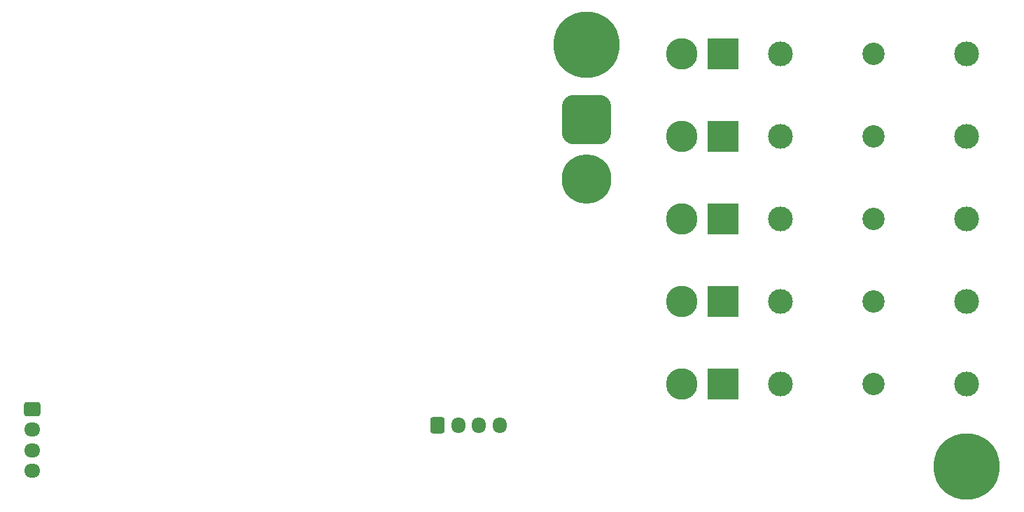
<source format=gbr>
%TF.GenerationSoftware,KiCad,Pcbnew,(6.0.10-0)*%
%TF.CreationDate,2022-12-27T02:05:38+01:00*%
%TF.ProjectId,BMS_PDB,424d535f-5044-4422-9e6b-696361645f70,rev?*%
%TF.SameCoordinates,Original*%
%TF.FileFunction,Soldermask,Bot*%
%TF.FilePolarity,Negative*%
%FSLAX46Y46*%
G04 Gerber Fmt 4.6, Leading zero omitted, Abs format (unit mm)*
G04 Created by KiCad (PCBNEW (6.0.10-0)) date 2022-12-27 02:05:38*
%MOMM*%
%LPD*%
G01*
G04 APERTURE LIST*
G04 Aperture macros list*
%AMRoundRect*
0 Rectangle with rounded corners*
0 $1 Rounding radius*
0 $2 $3 $4 $5 $6 $7 $8 $9 X,Y pos of 4 corners*
0 Add a 4 corners polygon primitive as box body*
4,1,4,$2,$3,$4,$5,$6,$7,$8,$9,$2,$3,0*
0 Add four circle primitives for the rounded corners*
1,1,$1+$1,$2,$3*
1,1,$1+$1,$4,$5*
1,1,$1+$1,$6,$7*
1,1,$1+$1,$8,$9*
0 Add four rect primitives between the rounded corners*
20,1,$1+$1,$2,$3,$4,$5,0*
20,1,$1+$1,$4,$5,$6,$7,0*
20,1,$1+$1,$6,$7,$8,$9,0*
20,1,$1+$1,$8,$9,$2,$3,0*%
G04 Aperture macros list end*
%ADD10RoundRect,0.250000X-0.725000X0.600000X-0.725000X-0.600000X0.725000X-0.600000X0.725000X0.600000X0*%
%ADD11O,1.950000X1.700000*%
%ADD12C,2.700000*%
%ADD13C,3.000000*%
%ADD14C,4.400000*%
%ADD15C,8.000000*%
%ADD16RoundRect,0.250000X-0.600000X-0.725000X0.600000X-0.725000X0.600000X0.725000X-0.600000X0.725000X0*%
%ADD17O,1.700000X1.950000*%
%ADD18R,3.800000X3.800000*%
%ADD19C,3.800000*%
%ADD20RoundRect,1.500000X-1.500000X1.500000X-1.500000X-1.500000X1.500000X-1.500000X1.500000X1.500000X0*%
%ADD21C,6.000000*%
G04 APERTURE END LIST*
D10*
%TO.C,J9*%
X94000000Y-119000000D03*
D11*
X94000000Y-121500000D03*
X94000000Y-124000000D03*
X94000000Y-126500000D03*
%TD*%
D12*
%TO.C,F2*%
X195750000Y-116000000D03*
D13*
X207000000Y-116000000D03*
X184500000Y-116000000D03*
%TD*%
D14*
%TO.C,J1*%
X207000000Y-126000000D03*
D15*
X207000000Y-126000000D03*
%TD*%
D16*
%TO.C,J10*%
X143000000Y-121000000D03*
D17*
X145500000Y-121000000D03*
X148000000Y-121000000D03*
X150500000Y-121000000D03*
%TD*%
D12*
%TO.C,F3*%
X195750000Y-96000000D03*
D13*
X207000000Y-96000000D03*
X184500000Y-96000000D03*
%TD*%
D18*
%TO.C,J6*%
X177500000Y-86000000D03*
D19*
X172500000Y-86000000D03*
%TD*%
D18*
%TO.C,J4*%
X177500000Y-116000000D03*
D19*
X172500000Y-116000000D03*
%TD*%
D18*
%TO.C,J5*%
X177500000Y-96000000D03*
D19*
X172500000Y-96000000D03*
%TD*%
D20*
%TO.C,J8*%
X161000000Y-84000000D03*
D21*
X161000000Y-91200000D03*
%TD*%
D15*
%TO.C,J2*%
X161000000Y-74930000D03*
D14*
X161000000Y-74930000D03*
%TD*%
D12*
%TO.C,F1*%
X195750000Y-106000000D03*
D13*
X207000000Y-106000000D03*
X184500000Y-106000000D03*
%TD*%
D12*
%TO.C,F5*%
X195750000Y-76000000D03*
D13*
X207000000Y-76000000D03*
X184500000Y-76000000D03*
%TD*%
D18*
%TO.C,J3*%
X177500000Y-106000000D03*
D19*
X172500000Y-106000000D03*
%TD*%
D12*
%TO.C,F4*%
X195750000Y-86000000D03*
D13*
X207000000Y-86000000D03*
X184500000Y-86000000D03*
%TD*%
D18*
%TO.C,J7*%
X177500000Y-76000000D03*
D19*
X172500000Y-76000000D03*
%TD*%
M02*

</source>
